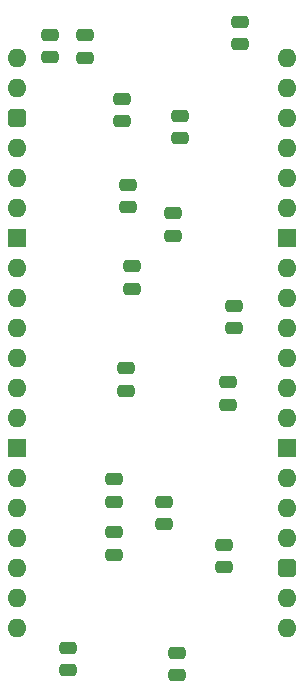
<source format=gbs>
%TF.GenerationSoftware,KiCad,Pcbnew,9.0.4*%
%TF.CreationDate,2025-09-19T11:22:01+02:00*%
%TF.ProjectId,Processor Full Device,50726f63-6573-4736-9f72-2046756c6c20,V0*%
%TF.SameCoordinates,Original*%
%TF.FileFunction,Soldermask,Bot*%
%TF.FilePolarity,Negative*%
%FSLAX46Y46*%
G04 Gerber Fmt 4.6, Leading zero omitted, Abs format (unit mm)*
G04 Created by KiCad (PCBNEW 9.0.4) date 2025-09-19 11:22:01*
%MOMM*%
%LPD*%
G01*
G04 APERTURE LIST*
G04 Aperture macros list*
%AMRoundRect*
0 Rectangle with rounded corners*
0 $1 Rounding radius*
0 $2 $3 $4 $5 $6 $7 $8 $9 X,Y pos of 4 corners*
0 Add a 4 corners polygon primitive as box body*
4,1,4,$2,$3,$4,$5,$6,$7,$8,$9,$2,$3,0*
0 Add four circle primitives for the rounded corners*
1,1,$1+$1,$2,$3*
1,1,$1+$1,$4,$5*
1,1,$1+$1,$6,$7*
1,1,$1+$1,$8,$9*
0 Add four rect primitives between the rounded corners*
20,1,$1+$1,$2,$3,$4,$5,0*
20,1,$1+$1,$4,$5,$6,$7,0*
20,1,$1+$1,$6,$7,$8,$9,0*
20,1,$1+$1,$8,$9,$2,$3,0*%
G04 Aperture macros list end*
%ADD10O,1.600000X1.600000*%
%ADD11R,1.600000X1.600000*%
%ADD12RoundRect,0.400000X-0.400000X-0.400000X0.400000X-0.400000X0.400000X0.400000X-0.400000X0.400000X0*%
%ADD13RoundRect,0.250000X0.475000X-0.250000X0.475000X0.250000X-0.475000X0.250000X-0.475000X-0.250000X0*%
%ADD14RoundRect,0.250000X-0.475000X0.250000X-0.475000X-0.250000X0.475000X-0.250000X0.475000X0.250000X0*%
G04 APERTURE END LIST*
D10*
%TO.C,J1*%
X22860000Y0D03*
X22860000Y-2540000D03*
X22860000Y-5080000D03*
X22860000Y-7620000D03*
X22860000Y-10160000D03*
X22860000Y-12700000D03*
D11*
X22860000Y-15240000D03*
D10*
X22860000Y-17780000D03*
X22860000Y-20320000D03*
X22860000Y-22860000D03*
X22860000Y-25400000D03*
X22860000Y-27940000D03*
X22860000Y-30480000D03*
D11*
X22860000Y-33020000D03*
D10*
X22860000Y-35560000D03*
X22860000Y-38100000D03*
X22860000Y-40640000D03*
D12*
X22860000Y-43180000D03*
D10*
X22860000Y-45720000D03*
X22860000Y-48260000D03*
X0Y-48260000D03*
X0Y-45720000D03*
X0Y-43180000D03*
X0Y-40640000D03*
X0Y-38100000D03*
X0Y-35560000D03*
D11*
X0Y-33020000D03*
D10*
X0Y-30480000D03*
X0Y-27940000D03*
X0Y-25400000D03*
X0Y-22860000D03*
X0Y-20320000D03*
X0Y-17780000D03*
D11*
X0Y-15240000D03*
D10*
X0Y-12700000D03*
X0Y-10160000D03*
X0Y-7620000D03*
D12*
X0Y-5080000D03*
D10*
X0Y-2540000D03*
X0Y0D03*
%TD*%
D13*
%TO.C,C6*%
X12446000Y-37515000D03*
X12446000Y-39415000D03*
%TD*%
D14*
%TO.C,C12*%
X17907000Y-29315001D03*
X17907000Y-27415001D03*
%TD*%
%TO.C,C17*%
X8255000Y-37542000D03*
X8255000Y-35642000D03*
%TD*%
%TO.C,C8*%
X8255000Y-42037000D03*
X8255000Y-40137000D03*
%TD*%
%TO.C,C1*%
X9271000Y-28144000D03*
X9271000Y-26244000D03*
%TD*%
D13*
%TO.C,C9*%
X13843000Y-4850001D03*
X13843000Y-6750001D03*
%TD*%
D14*
%TO.C,C7*%
X8894000Y-5334000D03*
X8894000Y-3434000D03*
%TD*%
%TO.C,C10*%
X2824000Y116000D03*
X2824000Y2016000D03*
%TD*%
%TO.C,C15*%
X17526000Y-43065000D03*
X17526000Y-41165000D03*
%TD*%
D13*
%TO.C,C16*%
X4322000Y-49895000D03*
X4322000Y-51795000D03*
%TD*%
%TO.C,C5*%
X13241999Y-13129001D03*
X13241999Y-15029001D03*
%TD*%
D14*
%TO.C,C4*%
X18431999Y-22834001D03*
X18431999Y-20934001D03*
%TD*%
%TO.C,C3*%
X9783000Y-19508000D03*
X9783000Y-17608000D03*
%TD*%
%TO.C,C11*%
X5745000Y50000D03*
X5745000Y1950000D03*
%TD*%
%TO.C,C14*%
X18923000Y1193000D03*
X18923000Y3093000D03*
%TD*%
D13*
%TO.C,C2*%
X13581000Y-50342000D03*
X13581000Y-52242000D03*
%TD*%
D14*
%TO.C,C13*%
X9402000Y-12618000D03*
X9402000Y-10718000D03*
%TD*%
M02*

</source>
